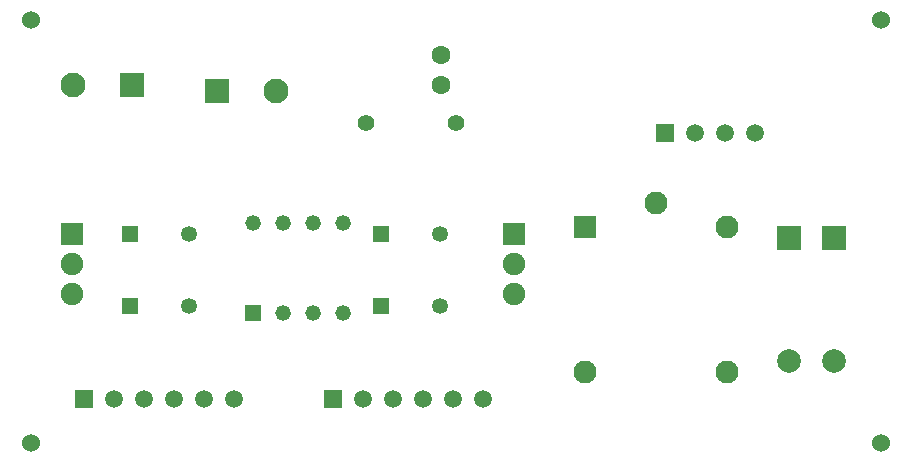
<source format=gbr>
%TF.GenerationSoftware,Altium Limited,Altium Designer,21.0.9 (235)*%
G04 Layer_Color=255*
%FSLAX45Y45*%
%MOMM*%
%TF.SameCoordinates,ED2B7B90-DC9C-465B-8049-FED9E851BE10*%
%TF.FilePolarity,Positive*%
%TF.FileFunction,Pads,Bot*%
%TF.Part,Single*%
G01*
G75*
%TA.AperFunction,ComponentPad*%
%ADD13R,1.50000X1.50000*%
%ADD14C,1.50000*%
%ADD15C,2.10000*%
%ADD16R,2.10000X2.10000*%
%TA.AperFunction,WasherPad*%
%ADD17C,1.52400*%
%TA.AperFunction,ComponentPad*%
%ADD18C,1.91000*%
%ADD19R,1.91000X1.91000*%
%ADD20C,1.32080*%
%ADD21R,1.32080X1.32080*%
%ADD22C,1.40000*%
%ADD23R,1.95000X1.95000*%
%ADD24C,1.95000*%
%ADD25R,2.00000X2.00000*%
%ADD26C,2.00000*%
%ADD27C,1.60000*%
%ADD28R,1.35000X1.35000*%
%ADD29C,1.35000*%
D13*
X688101Y601980D02*
D03*
X2794000D02*
D03*
X5611099Y2849281D02*
D03*
D14*
X942101Y601980D02*
D03*
X1196101D02*
D03*
X1450101D02*
D03*
X1704101D02*
D03*
X1958101D02*
D03*
X3048000D02*
D03*
X3302000D02*
D03*
X3556000D02*
D03*
X3810000D02*
D03*
X4064000D02*
D03*
X5865099Y2849281D02*
D03*
X6119099D02*
D03*
X6373099D02*
D03*
D15*
X2319106Y3205683D02*
D03*
X599201Y3255681D02*
D03*
D16*
X1819107Y3205683D02*
D03*
X1099205Y3255681D02*
D03*
D17*
X7439660Y3810000D02*
D03*
Y228600D02*
D03*
X238760D02*
D03*
Y3810000D02*
D03*
D18*
X4330700Y1490386D02*
D03*
Y1745381D02*
D03*
X591205Y1490381D02*
D03*
Y1745381D02*
D03*
D19*
X4330700Y2000382D02*
D03*
X591205D02*
D03*
D20*
X2885201Y2087281D02*
D03*
X2631201D02*
D03*
X2885201Y1325281D02*
D03*
X2631201D02*
D03*
X2123201Y2087281D02*
D03*
X2377201D02*
D03*
Y1325281D02*
D03*
D21*
X2123201D02*
D03*
D22*
X3074888Y2935529D02*
D03*
X3836888D02*
D03*
D23*
X4929901Y2059981D02*
D03*
D24*
Y829981D02*
D03*
X6129904D02*
D03*
Y2059981D02*
D03*
X5529900Y2259980D02*
D03*
D25*
X6657101Y1967977D02*
D03*
X7035800D02*
D03*
D26*
X6657101Y921979D02*
D03*
X7035800D02*
D03*
D27*
X3710701Y3512683D02*
D03*
Y3258683D02*
D03*
D28*
X3206704Y1388781D02*
D03*
Y1998381D02*
D03*
X1077803Y1388781D02*
D03*
Y1998381D02*
D03*
D29*
X3706703Y1388781D02*
D03*
Y1998381D02*
D03*
X1577802Y1388781D02*
D03*
Y1998381D02*
D03*
%TF.MD5,0ae52d9e458cd36c4d8c44160419495c*%
M02*

</source>
